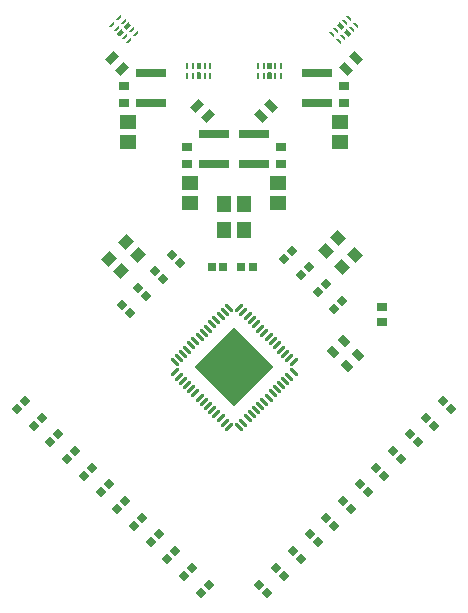
<source format=gbp>
G04*
G04 #@! TF.GenerationSoftware,Altium Limited,Altium Designer,24.4.1 (13)*
G04*
G04 Layer_Color=128*
%FSLAX44Y44*%
%MOMM*%
G71*
G04*
G04 #@! TF.SameCoordinates,A59C2C85-A93C-4369-95B1-CFFD4854EA8D*
G04*
G04*
G04 #@! TF.FilePolarity,Positive*
G04*
G01*
G75*
G04:AMPARAMS|DCode=23|XSize=0.7154mm|YSize=0.6725mm|CornerRadius=0mm|HoleSize=0mm|Usage=FLASHONLY|Rotation=45.000|XOffset=0mm|YOffset=0mm|HoleType=Round|Shape=Rectangle|*
%AMROTATEDRECTD23*
4,1,4,-0.0152,-0.4907,-0.4907,-0.0152,0.0152,0.4907,0.4907,0.0152,-0.0152,-0.4907,0.0*
%
%ADD23ROTATEDRECTD23*%

G04:AMPARAMS|DCode=24|XSize=0.7154mm|YSize=0.6725mm|CornerRadius=0mm|HoleSize=0mm|Usage=FLASHONLY|Rotation=315.000|XOffset=0mm|YOffset=0mm|HoleType=Round|Shape=Rectangle|*
%AMROTATEDRECTD24*
4,1,4,-0.4907,0.0152,-0.0152,0.4907,0.4907,-0.0152,0.0152,-0.4907,-0.4907,0.0152,0.0*
%
%ADD24ROTATEDRECTD24*%

G04:AMPARAMS|DCode=27|XSize=0.85mm|YSize=0.7mm|CornerRadius=0mm|HoleSize=0mm|Usage=FLASHONLY|Rotation=135.000|XOffset=0mm|YOffset=0mm|HoleType=Round|Shape=Rectangle|*
%AMROTATEDRECTD27*
4,1,4,0.5480,-0.0530,0.0530,-0.5480,-0.5480,0.0530,-0.0530,0.5480,0.5480,-0.0530,0.0*
%
%ADD27ROTATEDRECTD27*%

%ADD40R,0.7154X0.6725*%
%ADD87R,1.4562X1.2546*%
%ADD88R,0.9000X0.6500*%
%ADD89R,2.6500X0.6500*%
%ADD90R,0.8500X0.7500*%
G04:AMPARAMS|DCode=91|XSize=0.64mm|YSize=1.02mm|CornerRadius=0mm|HoleSize=0mm|Usage=FLASHONLY|Rotation=135.000|XOffset=0mm|YOffset=0mm|HoleType=Round|Shape=Rectangle|*
%AMROTATEDRECTD91*
4,1,4,0.5869,0.1343,-0.1343,-0.5869,-0.5869,-0.1343,0.1343,0.5869,0.5869,0.1343,0.0*
%
%ADD91ROTATEDRECTD91*%

G04:AMPARAMS|DCode=92|XSize=0.64mm|YSize=1.02mm|CornerRadius=0mm|HoleSize=0mm|Usage=FLASHONLY|Rotation=45.000|XOffset=0mm|YOffset=0mm|HoleType=Round|Shape=Rectangle|*
%AMROTATEDRECTD92*
4,1,4,0.1343,-0.5869,-0.5869,0.1343,-0.1343,0.5869,0.5869,-0.1343,0.1343,-0.5869,0.0*
%
%ADD92ROTATEDRECTD92*%

G04:AMPARAMS|DCode=93|XSize=0.565mm|YSize=0.2mm|CornerRadius=0.05mm|HoleSize=0mm|Usage=FLASHONLY|Rotation=225.000|XOffset=0mm|YOffset=0mm|HoleType=Round|Shape=RoundedRectangle|*
%AMROUNDEDRECTD93*
21,1,0.5650,0.1000,0,0,225.0*
21,1,0.4650,0.2000,0,0,225.0*
1,1,0.1000,-0.1998,-0.1291*
1,1,0.1000,0.1291,0.1998*
1,1,0.1000,0.1998,0.1291*
1,1,0.1000,-0.1291,-0.1998*
%
%ADD93ROUNDEDRECTD93*%
G04:AMPARAMS|DCode=95|XSize=0.565mm|YSize=0.2mm|CornerRadius=0.05mm|HoleSize=0mm|Usage=FLASHONLY|Rotation=90.000|XOffset=0mm|YOffset=0mm|HoleType=Round|Shape=RoundedRectangle|*
%AMROUNDEDRECTD95*
21,1,0.5650,0.1000,0,0,90.0*
21,1,0.4650,0.2000,0,0,90.0*
1,1,0.1000,0.0500,0.2325*
1,1,0.1000,0.0500,-0.2325*
1,1,0.1000,-0.0500,-0.2325*
1,1,0.1000,-0.0500,0.2325*
%
%ADD95ROUNDEDRECTD95*%
G04:AMPARAMS|DCode=97|XSize=0.565mm|YSize=0.2mm|CornerRadius=0.05mm|HoleSize=0mm|Usage=FLASHONLY|Rotation=315.000|XOffset=0mm|YOffset=0mm|HoleType=Round|Shape=RoundedRectangle|*
%AMROUNDEDRECTD97*
21,1,0.5650,0.1000,0,0,315.0*
21,1,0.4650,0.2000,0,0,315.0*
1,1,0.1000,0.1291,-0.1998*
1,1,0.1000,-0.1998,0.1291*
1,1,0.1000,-0.1291,0.1998*
1,1,0.1000,0.1998,-0.1291*
%
%ADD97ROUNDEDRECTD97*%
G04:AMPARAMS|DCode=99|XSize=1.05mm|YSize=0.9mm|CornerRadius=0mm|HoleSize=0mm|Usage=FLASHONLY|Rotation=135.000|XOffset=0mm|YOffset=0mm|HoleType=Round|Shape=Rectangle|*
%AMROTATEDRECTD99*
4,1,4,0.6894,-0.0530,0.0530,-0.6894,-0.6894,0.0530,-0.0530,0.6894,0.6894,-0.0530,0.0*
%
%ADD99ROTATEDRECTD99*%

G04:AMPARAMS|DCode=100|XSize=1.05mm|YSize=0.9mm|CornerRadius=0mm|HoleSize=0mm|Usage=FLASHONLY|Rotation=225.000|XOffset=0mm|YOffset=0mm|HoleType=Round|Shape=Rectangle|*
%AMROTATEDRECTD100*
4,1,4,0.0530,0.6894,0.6894,0.0530,-0.0530,-0.6894,-0.6894,-0.0530,0.0530,0.6894,0.0*
%
%ADD100ROTATEDRECTD100*%

%ADD101R,1.2000X1.4000*%
G04:AMPARAMS|DCode=102|XSize=0.25mm|YSize=0.95mm|CornerRadius=0mm|HoleSize=0mm|Usage=FLASHONLY|Rotation=225.000|XOffset=0mm|YOffset=0mm|HoleType=Round|Shape=Round|*
%AMOVALD102*
21,1,0.7000,0.2500,0.0000,0.0000,315.0*
1,1,0.2500,-0.2475,0.2475*
1,1,0.2500,0.2475,-0.2475*
%
%ADD102OVALD102*%

G04:AMPARAMS|DCode=103|XSize=0.25mm|YSize=0.95mm|CornerRadius=0mm|HoleSize=0mm|Usage=FLASHONLY|Rotation=315.000|XOffset=0mm|YOffset=0mm|HoleType=Round|Shape=Round|*
%AMOVALD103*
21,1,0.7000,0.2500,0.0000,0.0000,45.0*
1,1,0.2500,-0.2475,-0.2475*
1,1,0.2500,0.2475,0.2475*
%
%ADD103OVALD103*%

%ADD104P,6.6468X4X360.0*%
G36*
X385960Y716939D02*
X386031Y716869D01*
X387869Y715031D01*
X387869Y715031D01*
X387939Y714960D01*
X388015Y714776D01*
Y714577D01*
X387939Y714394D01*
X387869Y714323D01*
X384581Y711035D01*
X384511Y710965D01*
X384327Y710889D01*
X384128D01*
X383944Y710965D01*
X383874Y711035D01*
X382035Y712874D01*
X381965Y712944D01*
X381889Y713128D01*
Y713327D01*
X381965Y713511D01*
X382035Y713581D01*
X385323Y716869D01*
X385394Y716939D01*
X385578Y717015D01*
X385776D01*
X385960Y716939D01*
D02*
G37*
G36*
X380056Y711035D02*
X380126Y710965D01*
X381965Y709126D01*
X381965Y709126D01*
X382035Y709056D01*
X382111Y708872D01*
Y708673D01*
X382035Y708489D01*
X381965Y708419D01*
X378677Y705131D01*
X378606Y705061D01*
X378423Y704985D01*
X378224D01*
X378040Y705061D01*
X377970Y705131D01*
X376131Y706970D01*
X376061Y707040D01*
X375985Y707224D01*
Y707422D01*
X376061Y707606D01*
X376131Y707677D01*
X379419Y710965D01*
X379489Y711035D01*
X379673Y711111D01*
X379872D01*
X380056Y711035D01*
D02*
G37*
G36*
X443200Y669500D02*
Y669400D01*
X443276Y669217D01*
X443417Y669076D01*
X443601Y669000D01*
X443700D01*
Y669000D01*
X446300Y669000D01*
X446399D01*
X446583Y669076D01*
X446724Y669217D01*
X446800Y669400D01*
Y669500D01*
Y669500D01*
Y674150D01*
Y674249D01*
X446724Y674433D01*
X446583Y674574D01*
X446399Y674650D01*
X446300D01*
Y674650D01*
X443700Y674650D01*
X443601D01*
X443417Y674574D01*
X443276Y674433D01*
X443200Y674249D01*
Y674150D01*
Y674150D01*
Y669500D01*
D02*
G37*
G36*
X446300Y683000D02*
X443700Y683000D01*
X443601D01*
X443417Y682924D01*
X443276Y682783D01*
X443200Y682599D01*
Y682500D01*
Y682500D01*
Y677850D01*
Y677751D01*
X443276Y677567D01*
X443417Y677426D01*
X443601Y677350D01*
X443700D01*
Y677350D01*
X446300Y677350D01*
X446399D01*
X446583Y677426D01*
X446724Y677567D01*
X446800Y677751D01*
Y677850D01*
Y677850D01*
Y682500D01*
Y682599D01*
X446724Y682783D01*
X446583Y682924D01*
X446399Y683000D01*
X446300D01*
Y683000D01*
D02*
G37*
G36*
X503200Y669500D02*
Y669400D01*
X503276Y669217D01*
X503417Y669076D01*
X503601Y669000D01*
X503700D01*
Y669000D01*
X506300Y669000D01*
X506399D01*
X506583Y669076D01*
X506724Y669217D01*
X506800Y669400D01*
Y669500D01*
Y669500D01*
Y674150D01*
Y674249D01*
X506724Y674433D01*
X506583Y674574D01*
X506399Y674650D01*
X506300D01*
Y674650D01*
X503700Y674650D01*
X503601D01*
X503417Y674574D01*
X503276Y674433D01*
X503200Y674249D01*
Y674150D01*
Y674150D01*
Y669500D01*
D02*
G37*
G36*
X506300Y683000D02*
X503700Y683000D01*
X503601D01*
X503417Y682924D01*
X503276Y682783D01*
X503200Y682599D01*
Y682500D01*
Y682500D01*
Y677850D01*
Y677751D01*
X503276Y677567D01*
X503417Y677426D01*
X503601Y677350D01*
X503700D01*
Y677350D01*
X506300Y677350D01*
X506399D01*
X506583Y677426D01*
X506724Y677567D01*
X506800Y677751D01*
Y677850D01*
Y677850D01*
Y682500D01*
Y682599D01*
X506724Y682783D01*
X506583Y682924D01*
X506399Y683000D01*
X506300D01*
Y683000D01*
D02*
G37*
G36*
X564606Y716939D02*
X564677Y716869D01*
X567965Y713581D01*
X567965D01*
X568035Y713511D01*
X568111Y713327D01*
Y713128D01*
X568035Y712944D01*
X567965Y712874D01*
X566126Y711035D01*
X566126D01*
X566056Y710965D01*
X565872Y710889D01*
X565673D01*
X565489Y710965D01*
X565419Y711035D01*
X562131Y714323D01*
Y714323D01*
X562061Y714394D01*
X561985Y714577D01*
Y714776D01*
X562061Y714960D01*
X562131Y715031D01*
X563969Y716869D01*
Y716869D01*
X564040Y716939D01*
X564224Y717015D01*
X564422D01*
X564606Y716939D01*
D02*
G37*
G36*
X570511Y711035D02*
X570581Y710965D01*
X573869Y707677D01*
X573869D01*
X573939Y707606D01*
X574015Y707422D01*
Y707224D01*
X573939Y707040D01*
X573869Y706970D01*
X572030Y705131D01*
X572030D01*
X571960Y705061D01*
X571776Y704985D01*
X571577D01*
X571394Y705061D01*
X571323Y705131D01*
X568035Y708419D01*
Y708419D01*
X567965Y708489D01*
X567889Y708673D01*
Y708872D01*
X567965Y709056D01*
X568035Y709126D01*
X569874Y710965D01*
Y710965D01*
X569944Y711035D01*
X570128Y711111D01*
X570327D01*
X570511Y711035D01*
D02*
G37*
D23*
X439493Y255143D02*
D03*
X432725Y248375D02*
D03*
X453635Y241001D02*
D03*
X446867Y234233D02*
D03*
X425351Y269285D02*
D03*
X418583Y262517D02*
D03*
X411209Y283427D02*
D03*
X404441Y276659D02*
D03*
X560004Y474649D02*
D03*
X566772Y481417D02*
D03*
X326204Y368128D02*
D03*
X319436Y361360D02*
D03*
X340347Y353986D02*
D03*
X333579Y347218D02*
D03*
X297920Y396413D02*
D03*
X291152Y389645D02*
D03*
X545862Y488791D02*
D03*
X552630Y495559D02*
D03*
X531720Y502933D02*
D03*
X538488Y509701D02*
D03*
X517578Y517076D02*
D03*
X524346Y523843D02*
D03*
X368782Y325853D02*
D03*
X362015Y319086D02*
D03*
X354640Y339996D02*
D03*
X347872Y333228D02*
D03*
X397067Y297569D02*
D03*
X390299Y290801D02*
D03*
X382924Y311711D02*
D03*
X376157Y304943D02*
D03*
X312062Y382270D02*
D03*
X305294Y375503D02*
D03*
D24*
X538999Y283424D02*
D03*
X545767Y276656D02*
D03*
X496365Y241001D02*
D03*
X503133Y234233D02*
D03*
X552933Y297569D02*
D03*
X559701Y290801D02*
D03*
X510507Y255143D02*
D03*
X517275Y248375D02*
D03*
X524857Y269281D02*
D03*
X531625Y262514D02*
D03*
X567076Y311711D02*
D03*
X573843Y304943D02*
D03*
X581218Y325854D02*
D03*
X587985Y319086D02*
D03*
X595360Y339996D02*
D03*
X602128Y333228D02*
D03*
X609502Y354138D02*
D03*
X616270Y347370D02*
D03*
X623644Y368280D02*
D03*
X630412Y361512D02*
D03*
X651928Y396564D02*
D03*
X658696Y389796D02*
D03*
X637786Y382422D02*
D03*
X644554Y375654D02*
D03*
X386460Y471114D02*
D03*
X379692Y477881D02*
D03*
X428886Y513540D02*
D03*
X422119Y520308D02*
D03*
X400602Y485256D02*
D03*
X393834Y492024D02*
D03*
X414744Y499398D02*
D03*
X407976Y506166D02*
D03*
D27*
X567808Y447097D02*
D03*
X558969Y438258D02*
D03*
X579829Y435076D02*
D03*
X570990Y426237D02*
D03*
D40*
X490644Y509853D02*
D03*
X481072D02*
D03*
X456072D02*
D03*
X465644D02*
D03*
D87*
X384781Y615742D02*
D03*
Y632258D02*
D03*
X438000Y564242D02*
D03*
X438000Y580758D02*
D03*
X565000Y615742D02*
D03*
X565000Y632258D02*
D03*
X512000Y564242D02*
D03*
Y580758D02*
D03*
D88*
X567781Y663250D02*
D03*
Y648750D02*
D03*
X435000Y611800D02*
D03*
Y597300D02*
D03*
X382000Y663250D02*
D03*
X382000Y648750D02*
D03*
X515000Y611800D02*
D03*
Y597300D02*
D03*
D89*
X545000Y674150D02*
D03*
Y648750D02*
D03*
X458000Y622700D02*
D03*
Y597300D02*
D03*
X405000Y674150D02*
D03*
Y648750D02*
D03*
X492000Y622700D02*
D03*
Y597300D02*
D03*
D90*
X600000Y476250D02*
D03*
Y463250D02*
D03*
D91*
X380490Y677510D02*
D03*
X371510Y686490D02*
D03*
X452490Y637510D02*
D03*
X443510Y646490D02*
D03*
D92*
X497510Y637510D02*
D03*
X506490Y646490D02*
D03*
X569510Y677510D02*
D03*
X578490Y686490D02*
D03*
D93*
X377881Y721023D02*
D03*
X381417Y717488D02*
D03*
X388488Y710417D02*
D03*
X392023Y706881D02*
D03*
X386119Y700977D02*
D03*
X382583Y704512D02*
D03*
X375512Y711583D02*
D03*
X371977Y715119D02*
D03*
D95*
X455000Y671825D02*
D03*
X450000D02*
D03*
X440000D02*
D03*
X435000D02*
D03*
Y680175D02*
D03*
X440000D02*
D03*
X450000D02*
D03*
X455000D02*
D03*
X515000Y671825D02*
D03*
X510000D02*
D03*
X500000D02*
D03*
X495000D02*
D03*
Y680175D02*
D03*
X500000D02*
D03*
X510000D02*
D03*
X515000D02*
D03*
D97*
X557977Y706881D02*
D03*
X561512Y710417D02*
D03*
X568583Y717488D02*
D03*
X572119Y721023D02*
D03*
X578023Y715119D02*
D03*
X574488Y711583D02*
D03*
X567417Y704512D02*
D03*
X563881Y700977D02*
D03*
D99*
X566747Y509676D02*
D03*
X577000Y519929D02*
D03*
X552605Y523818D02*
D03*
X562858Y534071D02*
D03*
D100*
X393683Y520459D02*
D03*
X383430Y530713D02*
D03*
X379541Y506317D02*
D03*
X369287Y516570D02*
D03*
D101*
X466500Y541279D02*
D03*
Y563279D02*
D03*
X483500D02*
D03*
Y541279D02*
D03*
D102*
X424619Y429419D02*
D03*
X428154Y432955D02*
D03*
X431690Y436491D02*
D03*
X435225Y440026D02*
D03*
X438761Y443562D02*
D03*
X442296Y447097D02*
D03*
X445832Y450633D02*
D03*
X449367Y454168D02*
D03*
X452903Y457704D02*
D03*
X456438Y461239D02*
D03*
X459974Y464775D02*
D03*
X463509Y468310D02*
D03*
X467045Y471846D02*
D03*
X470580Y475381D02*
D03*
X525381Y420581D02*
D03*
X521846Y417045D02*
D03*
X518310Y413509D02*
D03*
X514775Y409974D02*
D03*
X511239Y406438D02*
D03*
X507704Y402903D02*
D03*
X504168Y399367D02*
D03*
X500633Y395832D02*
D03*
X497097Y392296D02*
D03*
X493562Y388761D02*
D03*
X490026Y385225D02*
D03*
X486491Y381690D02*
D03*
X482955Y378154D02*
D03*
X479419Y374619D02*
D03*
D103*
Y475381D02*
D03*
X482955Y471846D02*
D03*
X486491Y468310D02*
D03*
X490026Y464775D02*
D03*
X493562Y461239D02*
D03*
X497097Y457704D02*
D03*
X500633Y454168D02*
D03*
X504168Y450633D02*
D03*
X507704Y447097D02*
D03*
X511239Y443562D02*
D03*
X514775Y440026D02*
D03*
X518310Y436491D02*
D03*
X521846Y432955D02*
D03*
X525381Y429419D02*
D03*
X470580Y374619D02*
D03*
X467045Y378154D02*
D03*
X463509Y381690D02*
D03*
X459974Y385225D02*
D03*
X456438Y388761D02*
D03*
X452903Y392296D02*
D03*
X449367Y395832D02*
D03*
X445832Y399367D02*
D03*
X442296Y402903D02*
D03*
X438761Y406438D02*
D03*
X435225Y409974D02*
D03*
X431690Y413509D02*
D03*
X428154Y417045D02*
D03*
X424619Y420581D02*
D03*
D104*
X475000Y425000D02*
D03*
M02*

</source>
